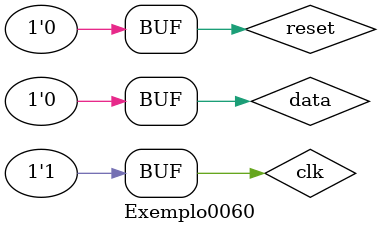
<source format=v>

`include "flip_flop_d.v"

module reg_desloc_esq2(output [4:0]saida, input data, input clk, input reset);

wire s0;

or or1(s0, saida[0], data);

//Chamada dos flip-flops
flip_flop_d fpd5(saida[4], s0, clk, reset);
flip_flop_d fpd4(saida[3], saida[4], clk, reset);
flip_flop_d fpd3(saida[2], saida[3], clk, reset);
flip_flop_d fpd2(saida[1], saida[2], clk, reset);
flip_flop_d fpd1(saida[0], saida[1], clk, reset);

endmodule //reg_desloc_esq2

// ----------------
// Exemplo0060
// ----------------
module Exemplo0060;

//----------------- Definir dados
reg data, reset, clk;
wire [4:0]saida;

// ---------------- Instância
 reg_desloc_esq2 rde2(saida, data, clk, reset);

// ---------------- Preparação
 initial begin: start
  data = 1'b1;
  reset = 1'b0;
  clk = 1'b1;
 end

// ----------------- Parte principal
 initial begin: main
  $display("Exemplo0060 - Josemar Alves Caetano - 448662.");
  $display("Teste Registrador de deslocamento para esquerda em anel torcido circular.");

  $monitor("Saida: %b", saida);

 #1 data = 1'b0; clk = 1'b0;
 #1 data = 1'b0; clk = 1'b1;
 #1 data = 1'b0; clk = 1'b0;
 #1 data = 1'b0; clk = 1'b1;
 #1 data = 1'b0; clk = 1'b0;
 #1 data = 1'b0; clk = 1'b1;
 #1 data = 1'b0; clk = 1'b0;
 #1 data = 1'b0; clk = 1'b1;
 #1 data = 1'b0;
 #1 data = 1'b0; clk = 1'b0;
 #1 data = 1'b0; clk = 1'b1;
 #1 data = 1'b0; clk = 1'b0;
 #1 data = 1'b0; clk = 1'b1;
 #1 data = 1'b0; clk = 1'b0;
 #1 data = 1'b0; clk = 1'b1;
 #1 data = 1'b0; clk = 1'b0;
 #1 data = 1'b0; clk = 1'b1;
 #1 data = 1'b0; clk = 1'b0;
 #1 data = 1'b0; clk = 1'b1;

end

endmodule //Exemplo0060



</source>
